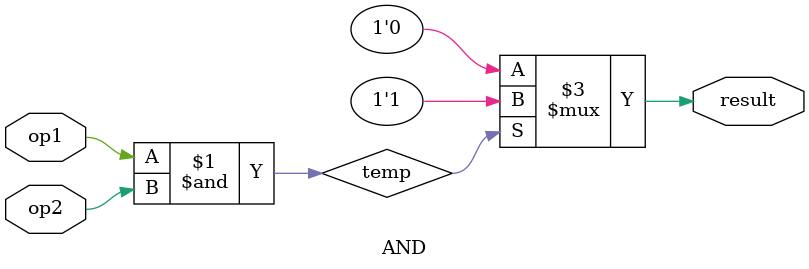
<source format=v>
module AND( result, op1, op2 ) ;
	input op1,op2 ;
	output result ;
	wire temp ;
	assign temp = op1 & op2 ;
	assign result = ( temp == 1'b1 ) ? 1'b1 : 1'b0 ;
		
endmodule

</source>
